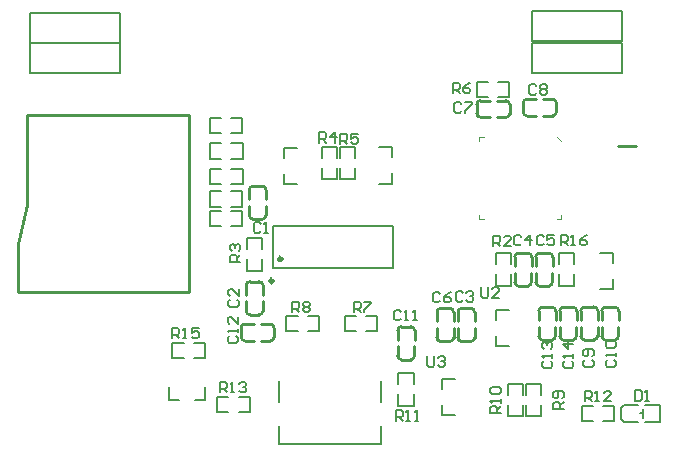
<source format=gto>
G04*
G04 #@! TF.GenerationSoftware,Altium Limited,Altium Designer,21.9.2 (33)*
G04*
G04 Layer_Color=65535*
%FSLAX25Y25*%
%MOIN*%
G70*
G04*
G04 #@! TF.SameCoordinates,F625CF21-14F9-4619-B10E-FD0BC141F2AC*
G04*
G04*
G04 #@! TF.FilePolarity,Positive*
G04*
G01*
G75*
%ADD10C,0.01181*%
%ADD11C,0.01000*%
%ADD12C,0.00600*%
%ADD13C,0.00394*%
%ADD14C,0.00787*%
%ADD15C,0.00591*%
%ADD16C,0.00800*%
%ADD17C,0.00799*%
D10*
X1591Y-65512D02*
G03*
X1591Y-65512I-591J0D01*
G01*
X-1292Y-72809D02*
G03*
X-1292Y-72809I-591J0D01*
G01*
D11*
X91814Y-17817D02*
G03*
X93033Y-16597I0J1220D01*
G01*
Y-13447D02*
G03*
X91814Y-12228I-1220J0D01*
G01*
X82028Y-16574D02*
G03*
X83247Y-17794I1220J-0D01*
G01*
Y-12205D02*
G03*
X82028Y-13424I0J-1220D01*
G01*
X86183Y-73314D02*
G03*
X87403Y-74533I1220J0D01*
G01*
X90553D02*
G03*
X91773Y-73314I0J1220D01*
G01*
X87426Y-63528D02*
G03*
X86206Y-64747I-0J-1220D01*
G01*
X91795D02*
G03*
X90576Y-63528I-1220J0D01*
G01*
X79183Y-73314D02*
G03*
X80403Y-74533I1220J0D01*
G01*
X83553D02*
G03*
X84772Y-73314I0J1220D01*
G01*
X80426Y-63528D02*
G03*
X79206Y-64747I-0J-1220D01*
G01*
X84795D02*
G03*
X83576Y-63528I-1220J0D01*
G01*
X76314Y-18317D02*
G03*
X77534Y-17097I0J1220D01*
G01*
Y-13947D02*
G03*
X76314Y-12728I-1220J0D01*
G01*
X66527Y-17074D02*
G03*
X67747Y-18294I1220J-0D01*
G01*
Y-12705D02*
G03*
X66527Y-13924I0J-1220D01*
G01*
X-10317Y-82814D02*
G03*
X-9097Y-84034I1220J0D01*
G01*
X-5947D02*
G03*
X-4727Y-82814I0J1220D01*
G01*
X-9074Y-73027D02*
G03*
X-10294Y-74247I-0J-1220D01*
G01*
X-4705D02*
G03*
X-5924Y-73027I-1220J0D01*
G01*
X65817Y-83186D02*
G03*
X64597Y-81967I-1220J0D01*
G01*
X61447D02*
G03*
X60228Y-83186I-0J-1220D01*
G01*
X64574Y-92972D02*
G03*
X65794Y-91753I0J1220D01*
G01*
X60205D02*
G03*
X61424Y-92972I1220J0D01*
G01*
X94183Y-91314D02*
G03*
X95403Y-92533I1220J0D01*
G01*
X98553D02*
G03*
X99773Y-91314I0J1220D01*
G01*
X95426Y-81528D02*
G03*
X94206Y-82747I-0J-1220D01*
G01*
X99795D02*
G03*
X98576Y-81528I-1220J0D01*
G01*
X87183Y-91314D02*
G03*
X88403Y-92533I1220J0D01*
G01*
X91553D02*
G03*
X92773Y-91314I0J1220D01*
G01*
X88426Y-81528D02*
G03*
X87206Y-82747I-0J-1220D01*
G01*
X92795D02*
G03*
X91576Y-81528I-1220J0D01*
G01*
X40183Y-97814D02*
G03*
X41403Y-99033I1220J0D01*
G01*
X44553D02*
G03*
X45772Y-97814I0J1220D01*
G01*
X41426Y-88028D02*
G03*
X40206Y-89247I-0J-1220D01*
G01*
X45795D02*
G03*
X44576Y-88028I-1220J0D01*
G01*
X106817Y-82686D02*
G03*
X105597Y-81467I-1220J0D01*
G01*
X102447D02*
G03*
X101227Y-82686I-0J-1220D01*
G01*
X105574Y-92472D02*
G03*
X106794Y-91253I0J1220D01*
G01*
X101205D02*
G03*
X102424Y-92472I1220J0D01*
G01*
X-3683Y-42431D02*
G03*
X-4903Y-41211I-1220J0D01*
G01*
X-8053D02*
G03*
X-9273Y-42431I-0J-1220D01*
G01*
X-4926Y-52217D02*
G03*
X-3706Y-50997I0J1220D01*
G01*
X-9295D02*
G03*
X-8076Y-52217I1220J0D01*
G01*
X-10814Y-87183D02*
G03*
X-12033Y-88403I0J-1220D01*
G01*
Y-91553D02*
G03*
X-10814Y-92773I1220J-0D01*
G01*
X-1027Y-88426D02*
G03*
X-2247Y-87206I-1220J0D01*
G01*
Y-92795D02*
G03*
X-1027Y-91576I0J1220D01*
G01*
X108183Y-91314D02*
G03*
X109403Y-92533I1220J0D01*
G01*
X112553D02*
G03*
X113772Y-91314I0J1220D01*
G01*
X109426Y-81528D02*
G03*
X108206Y-82747I-0J-1220D01*
G01*
X113795D02*
G03*
X112576Y-81528I-1220J0D01*
G01*
X58817Y-83186D02*
G03*
X57597Y-81967I-1220J0D01*
G01*
X54447D02*
G03*
X53228Y-83186I-0J-1220D01*
G01*
X57574Y-92972D02*
G03*
X58794Y-91753I0J1220D01*
G01*
X53205D02*
G03*
X54424Y-92972I1220J0D01*
G01*
X82028Y-16574D02*
Y-13424D01*
X83247Y-17794D02*
X86397D01*
X83247Y-12205D02*
X86397D01*
X88664Y-17817D02*
X91813D01*
X93033Y-16597D02*
Y-13447D01*
X88664Y-12228D02*
X91813D01*
X87426Y-63528D02*
X90576D01*
X86206Y-67897D02*
Y-64747D01*
X91795Y-67897D02*
Y-64747D01*
X86183Y-73313D02*
Y-70164D01*
X87403Y-74533D02*
X90553D01*
X91772Y-73313D02*
Y-70164D01*
X80426Y-63528D02*
X83576D01*
X79206Y-67897D02*
Y-64747D01*
X84795Y-67897D02*
Y-64747D01*
X79183Y-73313D02*
Y-70164D01*
X80403Y-74533D02*
X83553D01*
X84772Y-73313D02*
Y-70164D01*
X66527Y-17074D02*
Y-13924D01*
X67747Y-18294D02*
X70897D01*
X67747Y-12705D02*
X70897D01*
X73164Y-18317D02*
X76314D01*
X77533Y-17097D02*
Y-13947D01*
X73164Y-12728D02*
X76314D01*
X-9074Y-73027D02*
X-5924D01*
X-10294Y-77397D02*
Y-74247D01*
X-4705Y-77397D02*
Y-74247D01*
X-10317Y-82814D02*
Y-79664D01*
X-9097Y-84033D02*
X-5947D01*
X-4728Y-82814D02*
Y-79664D01*
X61424Y-92972D02*
X64574D01*
X65794Y-91753D02*
Y-88603D01*
X60205Y-91753D02*
Y-88603D01*
X65817Y-86336D02*
Y-83187D01*
X61447Y-81967D02*
X64597D01*
X60228Y-86336D02*
Y-83187D01*
X95426Y-81528D02*
X98576D01*
X94206Y-85897D02*
Y-82747D01*
X99795Y-85897D02*
Y-82747D01*
X94183Y-91313D02*
Y-88164D01*
X95403Y-92533D02*
X98553D01*
X99772Y-91313D02*
Y-88164D01*
X88426Y-81528D02*
X91576D01*
X87206Y-85897D02*
Y-82747D01*
X92795Y-85897D02*
Y-82747D01*
X87183Y-91313D02*
Y-88164D01*
X88403Y-92533D02*
X91553D01*
X92772Y-91313D02*
Y-88164D01*
X41426Y-88028D02*
X44576D01*
X40206Y-92397D02*
Y-89247D01*
X45795Y-92397D02*
Y-89247D01*
X40183Y-97813D02*
Y-94664D01*
X41403Y-99033D02*
X44553D01*
X45772Y-97813D02*
Y-94664D01*
X-86500Y-60669D02*
X-83500Y-47669D01*
X-86500Y-76669D02*
Y-60669D01*
X-83500Y-47669D02*
Y-17669D01*
X-29500D01*
X-86500Y-76669D02*
X-29500D01*
Y-17669D01*
X102424Y-92472D02*
X105574D01*
X106794Y-91253D02*
Y-88103D01*
X101205Y-91253D02*
Y-88103D01*
X106817Y-85836D02*
Y-82687D01*
X102447Y-81467D02*
X105597D01*
X101228Y-85836D02*
Y-82687D01*
X-8076Y-52217D02*
X-4926D01*
X-3706Y-50997D02*
Y-47848D01*
X-9295Y-50997D02*
Y-47848D01*
X-3683Y-45581D02*
Y-42431D01*
X-8053Y-41211D02*
X-4903D01*
X-9272Y-45581D02*
Y-42431D01*
X-1027Y-91576D02*
Y-88426D01*
X-5397Y-87206D02*
X-2247D01*
X-5397Y-92795D02*
X-2247D01*
X-10813Y-87183D02*
X-7664D01*
X-12033Y-91553D02*
Y-88403D01*
X-10813Y-92772D02*
X-7664D01*
X109426Y-81528D02*
X112576D01*
X108206Y-85897D02*
Y-82747D01*
X113795Y-85897D02*
Y-82747D01*
X108183Y-91313D02*
Y-88164D01*
X109403Y-92533D02*
X112553D01*
X113772Y-91313D02*
Y-88164D01*
X54424Y-92972D02*
X57574D01*
X58794Y-91753D02*
Y-88603D01*
X53205Y-91753D02*
Y-88603D01*
X58817Y-86336D02*
Y-83187D01*
X54447Y-81967D02*
X57597D01*
X53228Y-86336D02*
Y-83187D01*
X113500Y-27800D02*
X119600D01*
D12*
X-1485Y-68474D02*
Y-54526D01*
X38485D01*
Y-68474D02*
Y-54526D01*
X-1485Y-68474D02*
X38485D01*
X-4899Y-62322D02*
Y-58547D01*
X-10101D02*
X-4899D01*
X-10101Y-62322D02*
Y-58547D01*
X-4899Y-69453D02*
Y-65678D01*
X-10101Y-69453D02*
X-4899D01*
X-10101D02*
Y-65678D01*
X-34953Y-93399D02*
X-31178D01*
X-34953Y-98601D02*
Y-93399D01*
Y-98601D02*
X-31178D01*
X-27822Y-93399D02*
X-24047D01*
Y-98601D02*
Y-93399D01*
X-27822Y-98601D02*
X-24047D01*
X-15357Y-54601D02*
X-11581D01*
Y-49399D01*
X-15357D02*
X-11581D01*
X-22488Y-54601D02*
X-18712D01*
X-22488D02*
Y-49399D01*
X-18712D01*
X-15288Y-32101D02*
X-11512D01*
Y-26899D01*
X-15288D02*
X-11512D01*
X-22419Y-32101D02*
X-18643D01*
X-22419D02*
Y-26899D01*
X-18643D01*
X-15322Y-48101D02*
X-11547D01*
Y-42899D01*
X-15322D02*
X-11547D01*
X-22453Y-48101D02*
X-18678D01*
X-22453D02*
Y-42899D01*
X-18678D01*
X20899Y-38953D02*
Y-35178D01*
Y-38953D02*
X26101D01*
Y-35178D01*
X20899Y-31822D02*
Y-28047D01*
X26101D01*
Y-31822D02*
Y-28047D01*
X20101Y-31822D02*
Y-28047D01*
X14899D02*
X20101D01*
X14899Y-31822D02*
Y-28047D01*
X20101Y-38953D02*
Y-35178D01*
X14899Y-38953D02*
X20101D01*
X14899D02*
Y-35178D01*
X72899Y-74419D02*
Y-70644D01*
Y-74419D02*
X78101D01*
Y-70644D01*
X72899Y-67287D02*
Y-63512D01*
X78101D01*
Y-67287D02*
Y-63512D01*
X66547Y-6399D02*
X70322D01*
X66547Y-11601D02*
Y-6399D01*
Y-11601D02*
X70322D01*
X73678Y-6399D02*
X77453D01*
Y-11601D02*
Y-6399D01*
X73678Y-11601D02*
X77453D01*
X45601Y-107322D02*
Y-103547D01*
X40399D02*
X45601D01*
X40399Y-107322D02*
Y-103547D01*
X45601Y-114453D02*
Y-110678D01*
X40399Y-114453D02*
X45601D01*
X40399D02*
Y-110678D01*
X101547Y-114399D02*
X105322D01*
X101547Y-119601D02*
Y-114399D01*
Y-119601D02*
X105322D01*
X108678Y-114399D02*
X112453D01*
Y-119601D02*
Y-114399D01*
X108678Y-119601D02*
X112453D01*
X-15322Y-23601D02*
X-11547D01*
Y-18399D01*
X-15322D02*
X-11547D01*
X-22453Y-23601D02*
X-18678D01*
X-22453D02*
Y-18399D01*
X-18678D01*
X22547Y-84399D02*
X26322D01*
X22547Y-89601D02*
Y-84399D01*
Y-89601D02*
X26322D01*
X29678Y-84399D02*
X33453D01*
Y-89601D02*
Y-84399D01*
X29678Y-89601D02*
X33453D01*
X10178D02*
X13953D01*
Y-84399D01*
X10178D02*
X13953D01*
X3047Y-89601D02*
X6822D01*
X3047D02*
Y-84399D01*
X6822D01*
X-15288Y-40601D02*
X-11512D01*
Y-35399D01*
X-15288D02*
X-11512D01*
X-22419Y-40601D02*
X-18643D01*
X-22419D02*
Y-35399D01*
X-18643D01*
X93899Y-74453D02*
Y-70678D01*
Y-74453D02*
X99101D01*
Y-70678D01*
X93899Y-67322D02*
Y-63547D01*
X99101D01*
Y-67322D02*
Y-63547D01*
X-19988Y-111399D02*
X-16213D01*
X-19988Y-116601D02*
Y-111399D01*
Y-116601D02*
X-16213D01*
X-12856Y-111399D02*
X-9081D01*
Y-116601D02*
Y-111399D01*
X-12856Y-116601D02*
X-9081D01*
X76899Y-117953D02*
Y-114178D01*
Y-117953D02*
X82101D01*
Y-114178D01*
X76899Y-110822D02*
Y-107047D01*
X82101D01*
Y-110822D02*
Y-107047D01*
X88101Y-110822D02*
Y-107047D01*
X82899D02*
X88101D01*
X82899Y-110822D02*
Y-107047D01*
X88101Y-117953D02*
Y-114178D01*
X82899Y-117953D02*
X88101D01*
X82899D02*
Y-114178D01*
X86417Y-7834D02*
X85834Y-7251D01*
X84667D01*
X84084Y-7834D01*
Y-10166D01*
X84667Y-10749D01*
X85834D01*
X86417Y-10166D01*
X87583Y-7834D02*
X88166Y-7251D01*
X89333D01*
X89916Y-7834D01*
Y-8417D01*
X89333Y-9000D01*
X89916Y-9583D01*
Y-10166D01*
X89333Y-10749D01*
X88166D01*
X87583Y-10166D01*
Y-9583D01*
X88166Y-9000D01*
X87583Y-8417D01*
Y-7834D01*
X88166Y-9000D02*
X89333D01*
X95834Y-99541D02*
X95251Y-100124D01*
Y-101290D01*
X95834Y-101874D01*
X98166D01*
X98749Y-101290D01*
Y-100124D01*
X98166Y-99541D01*
X98749Y-98375D02*
Y-97208D01*
Y-97792D01*
X95251D01*
X95834Y-98375D01*
X98749Y-93710D02*
X95251D01*
X97000Y-95459D01*
Y-93126D01*
X88834Y-99541D02*
X88251Y-100124D01*
Y-101290D01*
X88834Y-101874D01*
X91166D01*
X91749Y-101290D01*
Y-100124D01*
X91166Y-99541D01*
X91749Y-98375D02*
Y-97208D01*
Y-97792D01*
X88251D01*
X88834Y-98375D01*
Y-95459D02*
X88251Y-94876D01*
Y-93710D01*
X88834Y-93126D01*
X89417D01*
X90000Y-93710D01*
Y-94293D01*
Y-93710D01*
X90583Y-93126D01*
X91166D01*
X91749Y-93710D01*
Y-94876D01*
X91166Y-95459D01*
X119167Y-109251D02*
Y-112749D01*
X120917D01*
X121500Y-112166D01*
Y-109834D01*
X120917Y-109251D01*
X119167D01*
X122666Y-112749D02*
X123833D01*
X123249D01*
Y-109251D01*
X122666Y-109834D01*
D13*
X93205Y-52280D02*
X94779D01*
Y-50705D01*
X67220Y-52280D02*
Y-50705D01*
Y-24721D02*
X68795D01*
X67220Y-26295D02*
Y-24721D01*
Y-52280D02*
X68795D01*
X93205Y-24721D02*
X94779Y-26295D01*
D14*
X72957Y-94602D02*
X77287D01*
X72957D02*
Y-91256D01*
Y-82398D02*
X77287D01*
X72957Y-85744D02*
Y-82398D01*
X-23898Y-112543D02*
Y-108213D01*
X-27244Y-112543D02*
X-23898D01*
X-36102D02*
Y-108213D01*
Y-112543D02*
X-32756D01*
X107713Y-63398D02*
X112043D01*
Y-66744D02*
Y-63398D01*
X107713Y-75602D02*
X112043D01*
Y-72256D01*
X2457Y-31744D02*
Y-28398D01*
X6787D01*
X2457Y-40602D02*
Y-37256D01*
Y-40602D02*
X6787D01*
X38449Y-40362D02*
Y-37016D01*
X34118Y-40362D02*
X38449D01*
Y-31504D02*
Y-28157D01*
X34118D02*
X38449D01*
X54957Y-117602D02*
X59287D01*
X54957D02*
Y-114256D01*
Y-105398D02*
X59287D01*
X54957Y-108744D02*
Y-105398D01*
D15*
X121000Y-116975D02*
X122000D01*
Y-118500D02*
Y-115500D01*
X122681Y-114047D02*
X127602D01*
X122681Y-119953D02*
X127602D01*
X115791Y-114047D02*
X120318D01*
X115791Y-119953D02*
X120318D01*
X127602Y-119874D02*
Y-114048D01*
X114610Y-118378D02*
Y-115622D01*
Y-115228D02*
X115791Y-114047D01*
X114610Y-115622D02*
Y-115228D01*
Y-118772D02*
X115791Y-119953D01*
X114610Y-118772D02*
Y-118378D01*
D16*
X34500Y-113140D02*
Y-106140D01*
X34528Y-127157D02*
Y-121140D01*
X500Y-113140D02*
Y-106140D01*
X472Y-127157D02*
Y-121140D01*
Y-127157D02*
X34528D01*
X115000Y7000D02*
Y17000D01*
X85000Y7000D02*
X115000D01*
X85000D02*
Y17000D01*
X92500D01*
X-82500Y6500D02*
X-75000D01*
X-82500Y-3500D02*
Y6500D01*
Y-3500D02*
X-52500D01*
Y6500D01*
X-82500Y16500D02*
X-75000D01*
X-82500Y6500D02*
Y16500D01*
Y6500D02*
X-52500D01*
Y16500D01*
X85000Y6500D02*
X92500D01*
X85000Y-3500D02*
Y6500D01*
Y-3500D02*
X115000D01*
Y6500D01*
X-12251Y-66416D02*
X-15749D01*
Y-64666D01*
X-15166Y-64083D01*
X-14000D01*
X-13417Y-64666D01*
Y-66416D01*
Y-65249D02*
X-12251Y-64083D01*
X-15166Y-62917D02*
X-15749Y-62334D01*
Y-61167D01*
X-15166Y-60584D01*
X-14583D01*
X-14000Y-61167D01*
Y-61751D01*
Y-61167D01*
X-13417Y-60584D01*
X-12834D01*
X-12251Y-61167D01*
Y-62334D01*
X-12834Y-62917D01*
X68113Y-74889D02*
Y-77805D01*
X68696Y-78388D01*
X69862D01*
X70445Y-77805D01*
Y-74889D01*
X73944Y-78388D02*
X71612D01*
X73944Y-76056D01*
Y-75472D01*
X73361Y-74889D01*
X72195D01*
X71612Y-75472D01*
X-34953Y-92000D02*
Y-88501D01*
X-33204D01*
X-32620Y-89084D01*
Y-90251D01*
X-33204Y-90834D01*
X-34953D01*
X-33787D02*
X-32620Y-92000D01*
X-31454D02*
X-30288D01*
X-30871D01*
Y-88501D01*
X-31454Y-89084D01*
X-26206Y-88501D02*
X-28539D01*
Y-90251D01*
X-27372Y-89667D01*
X-26789D01*
X-26206Y-90251D01*
Y-91417D01*
X-26789Y-92000D01*
X-27955D01*
X-28539Y-91417D01*
X21084Y-27249D02*
Y-23751D01*
X22834D01*
X23417Y-24334D01*
Y-25500D01*
X22834Y-26083D01*
X21084D01*
X22251D02*
X23417Y-27249D01*
X26916Y-23751D02*
X24583D01*
Y-25500D01*
X25749Y-24917D01*
X26333D01*
X26916Y-25500D01*
Y-26666D01*
X26333Y-27249D01*
X25166D01*
X24583Y-26666D01*
X14084Y-26749D02*
Y-23251D01*
X15834D01*
X16417Y-23834D01*
Y-25000D01*
X15834Y-25583D01*
X14084D01*
X15251D02*
X16417Y-26749D01*
X19333D02*
Y-23251D01*
X17583Y-25000D01*
X19916D01*
X88917Y-58078D02*
X88334Y-57495D01*
X87167D01*
X86584Y-58078D01*
Y-60411D01*
X87167Y-60994D01*
X88334D01*
X88917Y-60411D01*
X92416Y-57495D02*
X90083D01*
Y-59245D01*
X91249Y-58661D01*
X91833D01*
X92416Y-59245D01*
Y-60411D01*
X91833Y-60994D01*
X90666D01*
X90083Y-60411D01*
X81417Y-58089D02*
X80834Y-57506D01*
X79667D01*
X79084Y-58089D01*
Y-60422D01*
X79667Y-61005D01*
X80834D01*
X81417Y-60422D01*
X84333Y-61005D02*
Y-57506D01*
X82583Y-59255D01*
X84916D01*
X72084Y-61249D02*
Y-57751D01*
X73834D01*
X74417Y-58334D01*
Y-59500D01*
X73834Y-60083D01*
X72084D01*
X73251D02*
X74417Y-61249D01*
X77916D02*
X75583D01*
X77916Y-58917D01*
Y-58334D01*
X77333Y-57751D01*
X76166D01*
X75583Y-58334D01*
X61417Y-13834D02*
X60834Y-13251D01*
X59667D01*
X59084Y-13834D01*
Y-16166D01*
X59667Y-16749D01*
X60834D01*
X61417Y-16166D01*
X62583Y-13251D02*
X64916D01*
Y-13834D01*
X62583Y-16166D01*
Y-16749D01*
X58584Y-10249D02*
Y-6751D01*
X60334D01*
X60917Y-7334D01*
Y-8500D01*
X60334Y-9083D01*
X58584D01*
X59751D02*
X60917Y-10249D01*
X64416Y-6751D02*
X63249Y-7334D01*
X62083Y-8500D01*
Y-9666D01*
X62666Y-10249D01*
X63833D01*
X64416Y-9666D01*
Y-9083D01*
X63833Y-8500D01*
X62083D01*
X-15666Y-79083D02*
X-16249Y-79666D01*
Y-80833D01*
X-15666Y-81416D01*
X-13334D01*
X-12751Y-80833D01*
Y-79666D01*
X-13334Y-79083D01*
X-12751Y-75584D02*
Y-77917D01*
X-15083Y-75584D01*
X-15666D01*
X-16249Y-76167D01*
Y-77334D01*
X-15666Y-77917D01*
X61917Y-76834D02*
X61334Y-76251D01*
X60167D01*
X59584Y-76834D01*
Y-79166D01*
X60167Y-79749D01*
X61334D01*
X61917Y-79166D01*
X63083Y-76834D02*
X63666Y-76251D01*
X64833D01*
X65416Y-76834D01*
Y-77417D01*
X64833Y-78000D01*
X64249D01*
X64833D01*
X65416Y-78583D01*
Y-79166D01*
X64833Y-79749D01*
X63666D01*
X63083Y-79166D01*
X39500Y-119500D02*
Y-116001D01*
X41249D01*
X41833Y-116584D01*
Y-117751D01*
X41249Y-118334D01*
X39500D01*
X40666D02*
X41833Y-119500D01*
X42999D02*
X44165D01*
X43582D01*
Y-116001D01*
X42999Y-116584D01*
X45915Y-119500D02*
X47081D01*
X46498D01*
Y-116001D01*
X45915Y-116584D01*
X102500Y-113000D02*
Y-109501D01*
X104249D01*
X104833Y-110084D01*
Y-111251D01*
X104249Y-111834D01*
X102500D01*
X103666D02*
X104833Y-113000D01*
X105999D02*
X107165D01*
X106582D01*
Y-109501D01*
X105999Y-110084D01*
X111247Y-113000D02*
X108915D01*
X111247Y-110667D01*
Y-110084D01*
X110664Y-109501D01*
X109498D01*
X108915Y-110084D01*
X41333Y-83084D02*
X40749Y-82501D01*
X39583D01*
X39000Y-83084D01*
Y-85417D01*
X39583Y-86000D01*
X40749D01*
X41333Y-85417D01*
X42499Y-86000D02*
X43665D01*
X43082D01*
Y-82501D01*
X42499Y-83084D01*
X45415Y-86000D02*
X46581D01*
X45998D01*
Y-82501D01*
X45415Y-83084D01*
X25584Y-83249D02*
Y-79751D01*
X27334D01*
X27917Y-80334D01*
Y-81500D01*
X27334Y-82083D01*
X25584D01*
X26751D02*
X27917Y-83249D01*
X29083Y-79751D02*
X31416D01*
Y-80334D01*
X29083Y-82666D01*
Y-83249D01*
X5084D02*
Y-79751D01*
X6834D01*
X7417Y-80334D01*
Y-81500D01*
X6834Y-82083D01*
X5084D01*
X6251D02*
X7417Y-83249D01*
X8583Y-80334D02*
X9166Y-79751D01*
X10333D01*
X10916Y-80334D01*
Y-80917D01*
X10333Y-81500D01*
X10916Y-82083D01*
Y-82666D01*
X10333Y-83249D01*
X9166D01*
X8583Y-82666D01*
Y-82083D01*
X9166Y-81500D01*
X8583Y-80917D01*
Y-80334D01*
X9166Y-81500D02*
X10333D01*
X-5500Y-53834D02*
X-6083Y-53251D01*
X-7249D01*
X-7833Y-53834D01*
Y-56166D01*
X-7249Y-56749D01*
X-6083D01*
X-5500Y-56166D01*
X-4334Y-56749D02*
X-3167D01*
X-3751D01*
Y-53251D01*
X-4334Y-53834D01*
X-15916Y-91167D02*
X-16499Y-91751D01*
Y-92917D01*
X-15916Y-93500D01*
X-13583D01*
X-13000Y-92917D01*
Y-91751D01*
X-13583Y-91167D01*
X-13000Y-90001D02*
Y-88835D01*
Y-89418D01*
X-16499D01*
X-15916Y-90001D01*
X-13000Y-84753D02*
Y-87085D01*
X-15333Y-84753D01*
X-15916D01*
X-16499Y-85336D01*
Y-86502D01*
X-15916Y-87085D01*
X94500Y-61000D02*
Y-57501D01*
X96249D01*
X96833Y-58084D01*
Y-59251D01*
X96249Y-59834D01*
X94500D01*
X95666D02*
X96833Y-61000D01*
X97999D02*
X99165D01*
X98582D01*
Y-57501D01*
X97999Y-58084D01*
X103247Y-57501D02*
X102081Y-58084D01*
X100915Y-59251D01*
Y-60417D01*
X101498Y-61000D01*
X102664D01*
X103247Y-60417D01*
Y-59834D01*
X102664Y-59251D01*
X100915D01*
X50113Y-97889D02*
Y-100805D01*
X50696Y-101388D01*
X51862D01*
X52445Y-100805D01*
Y-97889D01*
X53612Y-98472D02*
X54195Y-97889D01*
X55361D01*
X55944Y-98472D01*
Y-99055D01*
X55361Y-99639D01*
X54778D01*
X55361D01*
X55944Y-100222D01*
Y-100805D01*
X55361Y-101388D01*
X54195D01*
X53612Y-100805D01*
X-19035Y-110000D02*
Y-106501D01*
X-17285D01*
X-16702Y-107084D01*
Y-108251D01*
X-17285Y-108834D01*
X-19035D01*
X-17868D02*
X-16702Y-110000D01*
X-15536D02*
X-14369D01*
X-14953D01*
Y-106501D01*
X-15536Y-107084D01*
X-12620D02*
X-12037Y-106501D01*
X-10870D01*
X-10287Y-107084D01*
Y-107667D01*
X-10870Y-108251D01*
X-11454D01*
X-10870D01*
X-10287Y-108834D01*
Y-109417D01*
X-10870Y-110000D01*
X-12037D01*
X-12620Y-109417D01*
X74500Y-117000D02*
X71001D01*
Y-115251D01*
X71584Y-114667D01*
X72751D01*
X73334Y-115251D01*
Y-117000D01*
Y-115834D02*
X74500Y-114667D01*
Y-113501D02*
Y-112335D01*
Y-112918D01*
X71001D01*
X71584Y-113501D01*
Y-110585D02*
X71001Y-110002D01*
Y-108836D01*
X71584Y-108253D01*
X73917D01*
X74500Y-108836D01*
Y-110002D01*
X73917Y-110585D01*
X71584D01*
X95500Y-115500D02*
X92001D01*
Y-113751D01*
X92584Y-113167D01*
X93751D01*
X94334Y-113751D01*
Y-115500D01*
Y-114334D02*
X95500Y-113167D01*
X94917Y-112001D02*
X95500Y-111418D01*
Y-110252D01*
X94917Y-109669D01*
X92584D01*
X92001Y-110252D01*
Y-111418D01*
X92584Y-112001D01*
X93167D01*
X93751Y-111418D01*
Y-109669D01*
X110084Y-99167D02*
X109501Y-99751D01*
Y-100917D01*
X110084Y-101500D01*
X112417D01*
X113000Y-100917D01*
Y-99751D01*
X112417Y-99167D01*
X113000Y-98001D02*
Y-96835D01*
Y-97418D01*
X109501D01*
X110084Y-98001D01*
Y-95085D02*
X109501Y-94502D01*
Y-93336D01*
X110084Y-92753D01*
X112417D01*
X113000Y-93336D01*
Y-94502D01*
X112417Y-95085D01*
X110084D01*
X102584Y-99167D02*
X102001Y-99751D01*
Y-100917D01*
X102584Y-101500D01*
X104917D01*
X105500Y-100917D01*
Y-99751D01*
X104917Y-99167D01*
Y-98001D02*
X105500Y-97418D01*
Y-96252D01*
X104917Y-95669D01*
X102584D01*
X102001Y-96252D01*
Y-97418D01*
X102584Y-98001D01*
X103167D01*
X103751Y-97418D01*
Y-95669D01*
X54333Y-77084D02*
X53749Y-76501D01*
X52583D01*
X52000Y-77084D01*
Y-79417D01*
X52583Y-80000D01*
X53749D01*
X54333Y-79417D01*
X57831Y-76501D02*
X56665Y-77084D01*
X55499Y-78251D01*
Y-79417D01*
X56082Y-80000D01*
X57248D01*
X57831Y-79417D01*
Y-78834D01*
X57248Y-78251D01*
X55499D01*
D17*
X92500Y17000D02*
X115000D01*
X-75000Y6500D02*
X-52500D01*
X-75000Y16500D02*
X-52500D01*
X92500Y6500D02*
X115000D01*
M02*

</source>
